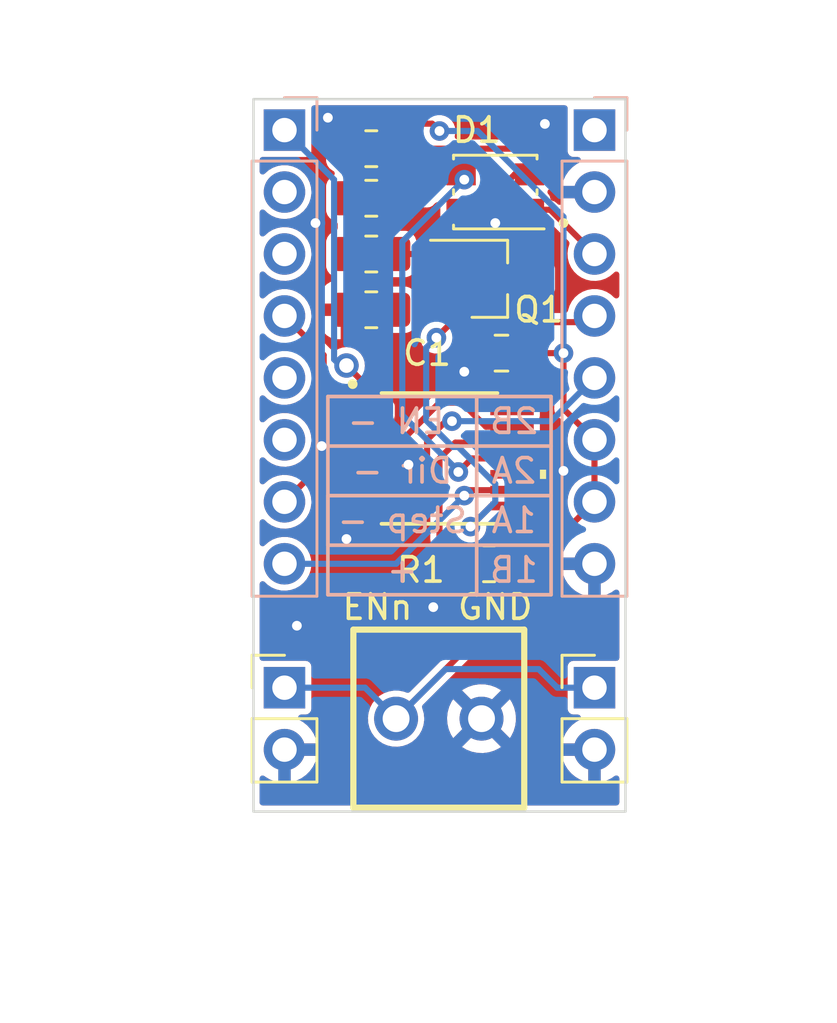
<source format=kicad_pcb>
(kicad_pcb (version 20211014) (generator pcbnew)
  (layers (0 "F.Cu" signal) (31 "B.Cu" signal) (34 "B.Paste" user) (35 "F.Paste" user) (36 "B.SilkS" user "B.Silkscreen") (37 "F.SilkS" user "F.Silkscreen") (38 "B.Mask" user) (39 "F.Mask" user) (44 "Edge.Cuts" user))
  (net 0 "")
  (net 1 "+5V")
  (net 2 "GND")
  (net 3 "/En_Software")
  (net 4 "/CS")
  (net 5 "Net-(IC1-Pad13)")
  (net 6 "/EN-")
  (net 7 "Net-(D1-Pad2)")
  (net 8 "/STEP")
  (net 9 "Net-(D1-Pad3)")
  (net 10 "/STEP-")
  (net 11 "/DIR-")
  (net 12 "/DIR")
  (net 13 "Net-(IC1-Pad12)")
  (net 14 "Net-(R2-Pad2)")
  (net 20 "Net-(Q1-Pad1)")
  (footprint "Package_TO_SOT_SMD:SOT-23_Handsoldering" (layer "F.Cu") (at 138.176 92.964)
    (fp_text reference "Q1" (at 2.032 1.27) (layer "F.SilkS"))
    (fp_text value "Q_NPN_CEB")
    (fp_line (start 0.76 -1.58) (end 0.76 -0.65) (layer "F.SilkS") (width 0.12))
    (fp_line (start 0.76 1.58) (end 0.76 0.65) (layer "F.SilkS") (width 0.12))
    (fp_line (start 0.76 1.58) (end -0.7 1.58) (layer "F.SilkS") (width 0.12))
    (fp_line (start 0.76 -1.58) (end -2.4 -1.58) (layer "F.SilkS") (width 0.12))
    (pad "1" smd rect (at -1.5 -0.95) (size 1.9 0.8) (layers "F.Cu" "F.Paste" "F.Mask") (net 20 "Net-(Q1-Pad1)"))
    (pad "2" smd rect (at -1.5 0.95) (size 1.9 0.8) (layers "F.Cu" "F.Paste" "F.Mask") (net 2 "GND"))
    (pad "3" smd rect (at 1.5 0) (size 1.9 0.8) (layers "F.Cu" "F.Paste" "F.Mask") (net 6 "/EN-"))
  )
  (footprint "Resistor_SMD:R_0805_2012Metric_Pad1.20x1.40mm_HandSolder" (layer "F.Cu") (at 133.35 91.948)
    (fp_text reference "R4" hide)
    (fp_text value "1.2k")
    (fp_line (start -0.227064 0.735) (end 0.227064 0.735) (layer "F.SilkS") (width 0.12))
    (fp_line (start -0.227064 -0.735) (end 0.227064 -0.735) (layer "F.SilkS") (width 0.12))
    (pad "1" smd roundrect (at -1 0) (size 1.2 1.4) (layers "F.Cu" "F.Paste" "F.Mask") (roundrect_rratio 0.2083333333) (net 14 "Net-(R2-Pad2)"))
    (pad "2" smd roundrect (at 1 0) (size 1.2 1.4) (layers "F.Cu" "F.Paste" "F.Mask") (roundrect_rratio 0.2083333333) (net 20 "Net-(Q1-Pad1)"))
  )
  (footprint "Resistor_SMD:R_0805_2012Metric_Pad1.20x1.40mm_HandSolder" (layer "F.Cu") (at 133.35 89.662 180)
    (fp_text reference "R2" hide)
    (fp_text value "270")
    (fp_line (start -0.227064 -0.735) (end 0.227064 -0.735) (layer "F.SilkS") (width 0.12))
    (fp_line (start -0.227064 0.735) (end 0.227064 0.735) (layer "F.SilkS") (width 0.12))
    (pad "1" smd roundrect (at -1 0 180) (size 1.2 1.4) (layers "F.Cu" "F.Paste" "F.Mask") (roundrect_rratio 0.2083333333) (net 9 "Net-(D1-Pad3)"))
    (pad "2" smd roundrect (at 1 0 180) (size 1.2 1.4) (layers "F.Cu" "F.Paste" "F.Mask") (roundrect_rratio 0.2083333333) (net 14 "Net-(R2-Pad2)"))
  )
  (footprint "Resistor_SMD:R_0805_2012Metric_Pad1.20x1.40mm_HandSolder" (layer "F.Cu") (at 133.35 87.63)
    (fp_text reference "R6" hide)
    (fp_text value "200")
    (fp_line (start -0.227064 0.735) (end 0.227064 0.735) (layer "F.SilkS") (width 0.12))
    (fp_line (start -0.227064 -0.735) (end 0.227064 -0.735) (layer "F.SilkS") (width 0.12))
    (pad "1" smd roundrect (at -1 0) (size 1.2 1.4) (layers "F.Cu" "F.Paste" "F.Mask") (roundrect_rratio 0.2083333333) (net 1 "+5V"))
    (pad "2" smd roundrect (at 1 0) (size 1.2 1.4) (layers "F.Cu" "F.Paste" "F.Mask") (roundrect_rratio 0.2083333333) (net 7 "Net-(D1-Pad2)"))
  )
  (footprint "Connector_PinHeader_2.54mm:PinHeader_1x02_P2.54mm_Vertical" (layer "F.Cu") (at 142.494 109.728)
    (fp_text reference "J3" hide)
    (fp_text value "Conn_01x02" hide)
    (fp_line (start -1.33 1.27) (end -1.33 3.87) (layer "F.SilkS") (width 0.12))
    (fp_line (start -1.33 0) (end -1.33 -1.33) (layer "F.SilkS") (width 0.12))
    (fp_line (start -1.33 3.87) (end 1.33 3.87) (layer "F.SilkS") (width 0.12))
    (fp_line (start 1.33 1.27) (end 1.33 3.87) (layer "F.SilkS") (width 0.12))
    (fp_line (start -1.33 -1.33) (end 0 -1.33) (layer "F.SilkS") (width 0.12))
    (fp_line (start -1.33 1.27) (end 1.33 1.27) (layer "F.SilkS") (width 0.12))
    (pad "1" thru_hole rect (at 0 0) (size 1.7 1.7) (drill 1) (layers *.Cu *.Mask) (net 13 "Net-(IC1-Pad12)"))
    (pad "2" thru_hole oval (at 0 2.54) (size 1.7 1.7) (drill 1) (layers *.Cu *.Mask) (net 2 "GND"))
  )
  (footprint "Connector:0393570002" (layer "F.Cu") (at 134.366 110.998)
    (fp_text reference "J4" hide)
    (fp_text value "0393570002")
    (fp_line (start -1.75 3.65) (end 5.25 3.65) (layer "F.SilkS") (width 0.254))
    (fp_line (start -1.75 -3.65) (end -1.75 3.65) (layer "F.SilkS") (width 0.254))
    (fp_line (start 5.25 -3.65) (end 5.25 3.65) (layer "F.SilkS") (width 0.254))
    (fp_line (start -1.75 -3.65) (end 5.25 -3.65) (layer "F.SilkS") (width 0.254))
    (pad "1" thru_hole circle (at 0 0) (size 1.8 1.8) (drill 1.1) (layers *.Cu *.Mask) (net 13 "Net-(IC1-Pad12)"))
    (pad "2" thru_hole circle (at 3.5 0) (size 1.8 1.8) (drill 1.1) (layers *.Cu *.Mask) (net 2 "GND"))
  )
  (footprint "Capacitor_SMD:C_0805_2012Metric_Pad1.18x1.45mm_HandSolder" (layer "F.Cu") (at 138.684 96.012 180)
    (fp_text reference "C1" (at 3.048 0) (layer "F.SilkS"))
    (fp_text value "10n")
    (fp_line (start -0.261252 0.735) (end 0.261252 0.735) (layer "F.SilkS") (width 0.12))
    (fp_line (start -0.261252 -0.735) (end 0.261252 -0.735) (layer "F.SilkS") (width 0.12))
    (pad "1" smd roundrect (at -1.0375 0 180) (size 1.175 1.45) (layers "F.Cu" "F.Paste" "F.Mask") (roundrect_rratio 0.2127659574) (net 1 "+5V"))
    (pad "2" smd roundrect (at 1.0375 0 180) (size 1.175 1.45) (layers "F.Cu" "F.Paste" "F.Mask") (roundrect_rratio 0.2127659574) (net 2 "GND"))
  )
  (footprint "Resistor_SMD:R_0805_2012Metric_Pad1.20x1.40mm_HandSolder" (layer "F.Cu") (at 138.176 104.648 180)
    (fp_text reference "R1" (at 2.794 -0.254) (layer "F.SilkS"))
    (fp_text value "50k")
    (fp_line (start -0.227064 -0.735) (end 0.227064 -0.735) (layer "F.SilkS") (width 0.12))
    (fp_line (start -0.227064 0.735) (end 0.227064 0.735) (layer "F.SilkS") (width 0.12))
    (pad "1" smd roundrect (at -1 0 180) (size 1.2 1.4) (layers "F.Cu" "F.Paste" "F.Mask") (roundrect_rratio 0.2083333333) (net 1 "+5V"))
    (pad "2" smd roundrect (at 1 0 180) (size 1.2 1.4) (layers "F.Cu" "F.Paste" "F.Mask") (roundrect_rratio 0.2083333333) (net 13 "Net-(IC1-Pad12)"))
  )
  (footprint "LED_SMD:LED_Kingbright_AAA3528ESGCT" (layer "F.Cu") (at 138.43 89.408 180)
    (fp_text reference "D1" (at 0.762 2.54) (layer "F.SilkS"))
    (fp_text value "LED_Dual")
    (fp_line (start -1.71 1.51) (end 1.71 1.51) (layer "F.SilkS") (width 0.12))
    (fp_line (start 1.71 -0.095) (end 1.71 0.095) (layer "F.SilkS") (width 0.12))
    (fp_line (start -1.71 -0.095) (end -1.71 0.095) (layer "F.SilkS") (width 0.12))
    (fp_line (start -1.71 1.355) (end -1.71 1.51) (layer "F.SilkS") (width 0.12))
    (fp_line (start 1.71 1.355) (end 1.71 1.51) (layer "F.SilkS") (width 0.12))
    (fp_line (start 1.71 -1.355) (end 1.71 -1.51) (layer "F.SilkS") (width 0.12))
    (fp_line (start -2 -1.51) (end 1.71 -1.51) (layer "F.SilkS") (width 0.12))
    (pad "1" smd rect (at -1.4 -0.725 180) (size 1.2 0.9) (layers "F.Cu" "F.Paste" "F.Mask") (net 6 "/EN-"))
    (pad "2" smd rect (at 1.4 -0.725 180) (size 1.2 0.9) (layers "F.Cu" "F.Paste" "F.Mask") (net 7 "Net-(D1-Pad2)"))
    (pad "3" smd rect (at 1.4 0.725 180) (size 1.2 0.9) (layers "F.Cu" "F.Paste" "F.Mask") (net 9 "Net-(D1-Pad3)"))
    (pad "4" smd rect (at -1.4 0.725 180) (size 1.2 0.9) (layers "F.Cu" "F.Paste" "F.Mask") (net 7 "Net-(D1-Pad2)"))
  )
  (footprint "Resistor_SMD:R_0805_2012Metric_Pad1.20x1.40mm_HandSolder" (layer "F.Cu") (at 133.35 94.234 180)
    (fp_text reference "R3" hide)
    (fp_text value "200")
    (fp_line (start -0.227064 -0.735) (end 0.227064 -0.735) (layer "F.SilkS") (width 0.12))
    (fp_line (start -0.227064 0.735) (end 0.227064 0.735) (layer "F.SilkS") (width 0.12))
    (pad "1" smd roundrect (at -1 0 180) (size 1.2 1.4) (layers "F.Cu" "F.Paste" "F.Mask") (roundrect_rratio 0.2083333333) (net 14 "Net-(R2-Pad2)"))
    (pad "2" smd roundrect (at 1 0 180) (size 1.2 1.4) (layers "F.Cu" "F.Paste" "F.Mask") (roundrect_rratio 0.2083333333) (net 2 "GND"))
  )
  (footprint "Connector_PinHeader_2.54mm:PinHeader_1x02_P2.54mm_Vertical" (layer "F.Cu") (at 129.794 109.728)
    (fp_text reference "J5" hide)
    (fp_text value "Conn_01x02" hide)
    (fp_line (start -1.33 1.27) (end 1.33 1.27) (layer "F.SilkS") (width 0.12))
    (fp_line (start -1.33 0) (end -1.33 -1.33) (layer "F.SilkS") (width 0.12))
    (fp_line (start -1.33 -1.33) (end 0 -1.33) (layer "F.SilkS") (width 0.12))
    (fp_line (start 1.33 1.27) (end 1.33 3.87) (layer "F.SilkS") (width 0.12))
    (fp_line (start -1.33 3.87) (end 1.33 3.87) (layer "F.SilkS") (width 0.12))
    (fp_line (start -1.33 1.27) (end -1.33 3.87) (layer "F.SilkS") (width 0.12))
    (pad "1" thru_hole rect (at 0 0) (size 1.7 1.7) (drill 1) (layers *.Cu *.Mask) (net 13 "Net-(IC1-Pad12)"))
    (pad "2" thru_hole oval (at 0 2.54) (size 1.7 1.7) (drill 1) (layers *.Cu *.Mask) (net 2 "GND"))
  )
  (footprint "footprints:SOT402-1_NXP-M" (layer "F.Cu") (at 136.144 100.33)
    (fp_text reference "IC1" hide)
    (fp_text value "SN74ACT32PWR")
    (fp_line (start -2.3749 2.6797) (end 2.3749 2.6797) (layer "F.SilkS") (width 0.1524))
    (fp_line (start 2.3749 -2.6797) (end -2.3749 -2.6797) (layer "F.SilkS") (width 0.1524))
    (fp_poly (pts (xy 4.3688 0.459499) (xy 4.3688 0.840499) (xy 4.1148 0.840499) (xy 4.1148 0.459499)) (layer "F.SilkS") (width 0) (fill solid))
    (pad "1" smd rect (at -2.9718 -1.950001) (size 1.778 0.3556) (layers "F.Cu" "F.Paste" "F.Mask") (net 3 "/En_Software"))
    (pad "2" smd rect (at -2.9718 -1.3) (size 1.778 0.3556) (layers "F.Cu" "F.Paste" "F.Mask") (net 4 "/CS"))
    (pad "3" smd rect (at -2.9718 -0.649999) (size 1.778 0.3556) (layers "F.Cu" "F.Paste" "F.Mask") (net 5 "Net-(IC1-Pad13)"))
    (pad "4" smd rect (at -2.9718 0) (size 1.778 0.3556) (layers "F.Cu" "F.Paste" "F.Mask") (net 2 "GND"))
    (pad "5" smd rect (at -2.9718 0.649999) (size 1.778 0.3556) (layers "F.Cu" "F.Paste" "F.Mask") (net 8 "/STEP"))
    (pad "6" smd rect (at -2.9718 1.3) (size 1.778 0.3556) (layers "F.Cu" "F.Paste" "F.Mask") (net 10 "/STEP-"))
    (pad "7" smd rect (at -2.9718 1.949999) (size 1.778 0.3556) (layers "F.Cu" "F.Paste" "F.Mask") (net 2 "GND"))
    (pad "8" smd rect (at 2.9718 1.950001) (size 1.778 0.3556) (layers "F.Cu" "F.Paste" "F.Mask") (net 11 "/DIR-"))
    (pad "9" smd rect (at 2.9718 1.3) (size 1.778 0.3556) (layers "F.Cu" "F.Paste" "F.Mask") (net 12 "/DIR"))
    (pad "10" smd rect (at 2.9718 0.650001) (size 1.778 0.3556) (layers "F.Cu" "F.Paste" "F.Mask") (net 2 "GND"))
    (pad "11" smd rect (at 2.9718 0) (size 1.778 0.3556) (layers "F.Cu" "F.Paste" "F.Mask") (net 9 "Net-(D1-Pad3)"))
    (pad "12" smd rect (at 2.9718 -0.649999) (size 1.778 0.3556) (layers "F.Cu" "F.Paste" "F.Mask") (net 13 "Net-(IC1-Pad12)"))
    (pad "13" smd rect (at 2.9718 -1.3) (size 1.778 0.3556) (layers "F.Cu" "F.Paste" "F.Mask") (net 5 "Net-(IC1-Pad13)"))
    (pad "14" smd rect (at 2.9718 -1.949999) (size 1.778 0.3556) (layers "F.Cu" "F.Paste" "F.Mask") (net 1 "+5V"))
  )
  (footprint "Connector_PinHeader_2.54mm:PinHeader_1x08_P2.54mm_Vertical" (layer "B.Cu") (at 142.494 86.868 180)
    (fp_text reference "J2" hide)
    (fp_text value "Conn_01x08" hide)
    (fp_line (start -1.33 -19.11) (end 1.33 -19.11) (layer "B.SilkS") (width 0.12))
    (fp_line (start -1.33 -1.27) (end -1.33 -19.11) (layer "B.SilkS") (width 0.12))
    (fp_line (start -1.33 -1.27) (end 1.33 -1.27) (layer "B.SilkS") (width 0.12))
    (fp_line (start -1.33 0) (end -1.33 1.33) (layer "B.SilkS") (width 0.12))
    (fp_line (start 1.33 -1.27) (end 1.33 -19.11) (layer "B.SilkS") (width 0.12))
    (fp_line (start -1.33 1.33) (end 0 1.33) (layer "B.SilkS") (width 0.12))
    (pad "1" thru_hole rect (at 0 0 180) (size 1.7 1.7) (drill 1) (layers *.Cu *.Mask))
    (pad "2" thru_hole oval (at 0 -2.54 180) (size 1.7 1.7) (drill 1) (layers *.Cu *.Mask) (net 2 "GND"))
    (pad "3" thru_hole oval (at 0 -5.08 180) (size 1.7 1.7) (drill 1) (layers *.Cu *.Mask) (net 6 "/EN-"))
    (pad "4" thru_hole oval (at 0 -7.62 180) (size 1.7 1.7) (drill 1) (layers *.Cu *.Mask) (net 11 "/DIR-"))
    (pad "5" thru_hole oval (at 0 -10.16 180) (size 1.7 1.7) (drill 1) (layers *.Cu *.Mask) (net 10 "/STEP-"))
    (pad "6" thru_hole oval (at 0 -12.7 180) (size 1.7 1.7) (drill 1) (layers *.Cu *.Mask) (net 1 "+5V"))
    (pad "7" thru_hole oval (at 0 -15.24 180) (size 1.7 1.7) (drill 1) (layers *.Cu *.Mask) (net 1 "+5V"))
    (pad "8" thru_hole oval (at 0 -17.78 180) (size 1.7 1.7) (drill 1) (layers *.Cu *.Mask) (net 2 "GND"))
  )
  (footprint "Connector_PinHeader_2.54mm:PinHeader_1x08_P2.54mm_Vertical" (layer "B.Cu") (at 129.794 86.868 180)
    (fp_text reference "J1" hide)
    (fp_text value "Conn_01x08" hide)
    (fp_line (start 1.33 -1.27) (end 1.33 -19.11) (layer "B.SilkS") (width 0.12))
    (fp_line (start -1.33 -1.27) (end -1.33 -19.11) (layer "B.SilkS") (width 0.12))
    (fp_line (start -1.33 0) (end -1.33 1.33) (layer "B.SilkS") (width 0.12))
    (fp_line (start -1.33 -1.27) (end 1.33 -1.27) (layer "B.SilkS") (width 0.12))
    (fp_line (start -1.33 1.33) (end 0 1.33) (layer "B.SilkS") (width 0.12))
    (fp_line (start -1.33 -19.11) (end 1.33 -19.11) (layer "B.SilkS") (width 0.12))
    (pad "1" thru_hole rect (at 0 0 180) (size 1.7 1.7) (drill 1) (layers *.Cu *.Mask) (net 3 "/En_Software"))
    (pad "2" thru_hole oval (at 0 -2.54 180) (size 1.7 1.7) (drill 1) (layers *.Cu *.Mask))
    (pad "3" thru_hole oval (at 0 -5.08 180) (size 1.7 1.7) (drill 1) (layers *.Cu *.Mask))
    (pad "4" thru_hole oval (at 0 -7.62 180) (size 1.7 1.7) (drill 1) (layers *.Cu *.Mask) (net 4 "/CS"))
    (pad "5" thru_hole oval (at 0 -10.16 180) (size 1.7 1.7) (drill 1) (layers *.Cu *.Mask))
    (pad "6" thru_hole oval (at 0 -12.7 180) (size 1.7 1.7) (drill 1) (layers *.Cu *.Mask))
    (pad "7" thru_hole oval (at 0 -15.24 180) (size 1.7 1.7) (drill 1) (layers *.Cu *.Mask) (net 8 "/STEP"))
    (pad "8" thru_hole oval (at 0 -17.78 180) (size 1.7 1.7) (drill 1) (layers *.Cu *.Mask) (net 12 "/DIR"))
  )
  (gr_line (start 137.668 105.918) (end 140.716 105.918) (layer "B.SilkS") (width 0.15))
  (gr_line (start 140.716 103.886) (end 131.572 103.886) (layer "B.SilkS") (width 0.15))
  (gr_line (start 131.572 103.886) (end 131.572 101.854) (layer "B.SilkS") (width 0.15))
  (gr_line (start 137.668 97.79) (end 137.668 105.918) (layer "B.SilkS") (width 0.15))
  (gr_line (start 140.716 105.918) (end 140.716 97.79) (layer "B.SilkS") (width 0.15))
  (gr_line (start 140.716 101.854) (end 131.572 101.854) (layer "B.SilkS") (width 0.15))
  (gr_line (start 131.572 105.918) (end 137.668 105.918) (layer "B.SilkS") (width 0.15))
  (gr_line (start 131.572 97.79) (end 131.572 105.918) (layer "B.SilkS") (width 0.15))
  (gr_line (start 140.716 97.79) (end 131.572 97.79) (layer "B.SilkS") (width 0.15))
  (gr_line (start 140.716 99.822) (end 131.572 99.822) (layer "B.SilkS") (width 0.15))
  (gr_circle (center 132.588 97.282) (end 132.688 97.282) (layer "F.SilkS") (width 0.2) (fill none))
  (gr_circle (center 141.224 90.678) (end 141.324 90.678) (layer "F.SilkS") (width 0.2) (fill none))
  (gr_poly (pts (xy 143.764 114.808) (xy 128.524 114.808) (xy 128.524 85.598) (xy 143.764 85.598)) (layer "Edge.Cuts") (width 0.1) (fill none))
  (gr_text "EN -" (at 134.366 98.806) (layer "B.SilkS") (effects (font (size 1 1)) (justify mirror)))
  (gr_text "2A" (at 139.192 100.838) (layer "B.SilkS") (effects (font (size 1 1)) (justify mirror)))
  (gr_text "Dir -" (at 134.62 100.838) (layer "B.SilkS") (effects (font (size 1 1)) (justify mirror)))
  (gr_text "Step -" (at 134.62 102.87) (layer "B.SilkS") (effects (font (size 1 1)) (justify mirror)))
  (gr_text "2B" (at 139.192 98.806) (layer "B.SilkS") (effects (font (size 1 1)) (justify mirror)))
  (gr_text "1B" (at 139.192 104.902) (layer "B.SilkS") (effects (font (size 1 1)) (justify mirror)))
  (gr_text "1A" (at 139.192 102.87) (layer "B.SilkS") (effects (font (size 1 1)) (justify mirror)))
  (gr_text "+" (at 134.62 104.902) (layer "B.SilkS") (effects (font (size 1 1)) (justify mirror)))
  (gr_text "ENn" (at 133.604 106.426) (layer "F.SilkS") (effects (font (size 1 1))))
  (gr_text "GND" (at 138.43 106.426) (layer "F.SilkS") (effects (font (size 1 1))))
  (segment (start 141.224 98.298) (end 142.494 99.568) (width 0.25) (layer "F.Cu") (net 1))
  (segment (start 133.375 86.605) (end 132.35 87.63) (width 0.25) (layer "F.Cu") (net 1))
  (segment (start 142.494 102.108) (end 142.494 99.568) (width 0.25) (layer "F.Cu") (net 1))
  (segment (start 139.176 104.648) (end 139.954 104.648) (width 0.25) (layer "F.Cu") (net 1))
  (segment (start 139.1158 97.8662) (end 139.1158 98.380001) (width 0.25) (layer "F.Cu") (net 1))
  (segment (start 141.224 96.012) (end 141.224 98.298) (width 0.25) (layer "F.Cu") (net 1))
  (segment (start 136.144 86.9055) (end 135.8435 86.605) (width 0.25) (layer "F.Cu") (net 1))
  (segment (start 139.7215 97.2605) (end 139.1158 97.8662) (width 0.25) (layer "F.Cu") (net 1))
  (segment (start 139.954 104.648) (end 142.494 102.108) (width 0.25) (layer "F.Cu") (net 1))
  (segment (start 135.8435 86.605) (end 133.375 86.605) (width 0.25) (layer "F.Cu") (net 1))
  (segment (start 139.7215 96.012) (end 141.224 96.012) (width 0.25) (layer "F.Cu") (net 1))
  (segment (start 139.7215 96.012) (end 139.7215 97.2605) (width 0.25) (layer "F.Cu") (net 1))
  (via (at 141.224 96.012) (size 0.8) (drill 0.4) (layers "F.Cu" "B.Cu") (net 1))
  (via (at 136.144 86.9055) (size 0.8) (drill 0.4) (layers "F.Cu" "B.Cu") (net 1))
  (segment (start 136.144 86.9055) (end 137.7055 86.9055) (width 0.25) (layer "B.Cu") (net 1))
  (segment (start 137.7055 86.9055) (end 141.224 90.424) (width 0.25) (layer "B.Cu") (net 1))
  (segment (start 141.224 90.424) (end 141.224 96.012) (width 0.25) (layer "B.Cu") (net 1))
  (segment (start 136.676 93.914) (end 138.43 92.16) (width 0.25) (layer "F.Cu") (net 2))
  (segment (start 138.43 92.16) (end 138.43 90.678) (width 0.25) (layer "F.Cu") (net 2))
  (via (at 140.462 86.614) (size 0.8) (drill 0.4) (layers "F.Cu" "B.Cu") (net 2))
  (via (at 137.16 96.774) (size 0.8) (drill 0.4) (layers "F.Cu" "B.Cu") (net 2))
  (via (at 138.43 90.678) (size 0.8) (drill 0.4) (layers "F.Cu" "B.Cu") (net 2))
  (via (at 132.334 103.632) (size 0.8) (drill 0.4) (layers "F.Cu" "B.Cu") (net 2))
  (via (at 130.302 107.188) (size 0.8) (drill 0.4) (layers "F.Cu" "B.Cu") (net 2))
  (via (at 134.874 100.584) (size 0.8) (drill 0.4) (layers "F.Cu" "B.Cu") (net 2))
  (via (at 131.318 99.822) (size 0.8) (drill 0.4) (layers "F.Cu" "B.Cu") (net 2))
  (via (at 131.572 86.36) (size 0.8) (drill 0.4) (layers "F.Cu" "B.Cu") (net 2))
  (via (at 141.224 100.838) (size 0.8) (drill 0.4) (layers "F.Cu" "B.Cu") (net 2))
  (via (at 131.064 90.678) (size 0.8) (drill 0.4) (layers "F.Cu" "B.Cu") (net 2))
  (via (at 135.89 106.426) (size 0.8) (drill 0.4) (layers "F.Cu" "B.Cu") (net 2))
  (segment (start 132.334 96.52) (end 133.1722 97.3582) (width 0.25) (layer "F.Cu") (net 3))
  (segment (start 133.1722 97.3582) (end 133.1722 98.379999) (width 0.25) (layer "F.Cu") (net 3))
  (via (at 132.334 96.52) (size 1) (drill 0.6) (layers "F.Cu" "B.Cu") (net 3))
  (segment (start 131.826 88.9) (end 129.794 86.868) (width 0.25) (layer "B.Cu") (net 3))
  (segment (start 131.826 96.266) (end 131.826 88.9) (width 0.25) (layer "B.Cu") (net 3))
  (segment (start 132.08 96.52) (end 131.826 96.266) (width 0.25) (layer "B.Cu") (net 3))
  (segment (start 131.4 96.094) (end 131.4 98.324599) (width 0.25) (layer "F.Cu") (net 4))
  (segment (start 132.105401 99.03) (end 133.1722 99.03) (width 0.25) (layer "F.Cu") (net 4))
  (segment (start 129.794 94.488) (end 131.4 96.094) (width 0.25) (layer "F.Cu") (net 4))
  (segment (start 131.4 98.324599) (end 132.105401 99.03) (width 0.25) (layer "F.Cu") (net 4))
  (segment (start 134.517304 99.680001) (end 135.599 98.598305) (width 0.25) (layer "F.Cu") (net 5))
  (segment (start 137.062999 98.044) (end 138.048999 99.03) (width 0.25) (layer "F.Cu") (net 5))
  (segment (start 135.599 98.589) (end 136.144 98.044) (width 0.25) (layer "F.Cu") (net 5))
  (segment (start 138.048999 99.03) (end 139.1158 99.03) (width 0.25) (layer "F.Cu") (net 5))
  (segment (start 135.599 98.598305) (end 135.599 98.589) (width 0.25) (layer "F.Cu") (net 5))
  (segment (start 136.144 98.044) (end 137.062999 98.044) (width 0.25) (layer "F.Cu") (net 5))
  (segment (start 133.1722 99.680001) (end 134.517304 99.680001) (width 0.25) (layer "F.Cu") (net 5))
  (segment (start 140.679 90.133) (end 142.494 91.948) (width 0.25) (layer "F.Cu") (net 6))
  (segment (start 139.676 92.964) (end 139.676 90.287) (width 0.25) (layer "F.Cu") (net 6))
  (segment (start 139.83 92.81) (end 139.676 92.964) (width 0.25) (layer "F.Cu") (net 6))
  (segment (start 139.676 90.287) (end 139.83 90.133) (width 0.25) (layer "F.Cu") (net 6))
  (segment (start 139.83 90.133) (end 140.679 90.133) (width 0.25) (layer "F.Cu") (net 6))
  (segment (start 137.03 90.133) (end 137.779 90.133) (width 0.25) (layer "F.Cu") (net 7))
  (segment (start 139.229 88.683) (end 139.446 88.466) (width 0.25) (layer "F.Cu") (net 7))
  (segment (start 137.779 90.133) (end 139.229 88.683) (width 0.25) (layer "F.Cu") (net 7))
  (segment (start 134.35 87.63) (end 139.446 87.63) (width 0.25) (layer "F.Cu") (net 7))
  (segment (start 139.446 87.63) (end 139.83 88.014) (width 0.25) (layer "F.Cu") (net 7))
  (segment (start 139.83 88.014) (end 139.83 88.683) (width 0.25) (layer "F.Cu") (net 7))
  (segment (start 139.229 88.683) (end 139.83 88.683) (width 0.25) (layer "F.Cu") (net 7))
  (segment (start 130.922001 100.979999) (end 133.1722 100.979999) (width 0.25) (layer "F.Cu") (net 8))
  (segment (start 129.794 102.108) (end 130.922001 100.979999) (width 0.25) (layer "F.Cu") (net 8))
  (segment (start 137.03 88.683) (end 136.615 88.683) (width 0.25) (layer "F.Cu") (net 9))
  (segment (start 136.615 88.683) (end 135.636 89.662) (width 0.25) (layer "F.Cu") (net 9))
  (segment (start 137.470706 100.33) (end 139.1158 100.33) (width 0.25) (layer "F.Cu") (net 9))
  (segment (start 135.636 89.662) (end 134.35 89.662) (width 0.25) (layer "F.Cu") (net 9))
  (segment (start 136.915956 100.88475) (end 137.470706 100.33) (width 0.25) (layer "F.Cu") (net 9))
  (via (at 136.915956 100.88475) (size 0.8) (drill 0.4) (layers "F.Cu" "B.Cu") (net 9))
  (via (at 137.16 88.9) (size 0.8) (drill 0.4) (layers "F.Cu" "B.Cu") (net 9))
  (segment (start 136.915956 100.88475) (end 136.915956 100.847956) (width 0.25) (layer "B.Cu") (net 9))
  (segment (start 136.915956 100.847956) (end 134.62 98.552) (width 0.25) (layer "B.Cu") (net 9))
  (segment (start 134.62 91.44) (end 137.16 88.9) (width 0.25) (layer "B.Cu") (net 9))
  (segment (start 134.62 98.552) (end 134.62 91.44) (width 0.25) (layer "B.Cu") (net 9))
  (segment (start 135.352 101.63) (end 135.636 101.346) (width 0.25) (layer "F.Cu") (net 10))
  (segment (start 135.636 101.346) (end 135.636 99.568) (width 0.25) (layer "F.Cu") (net 10))
  (segment (start 133.1722 101.63) (end 135.352 101.63) (width 0.25) (layer "F.Cu") (net 10))
  (segment (start 135.636 99.568) (end 136.402299 98.801701) (width 0.25) (layer "F.Cu") (net 10))
  (segment (start 136.402299 98.801701) (end 136.656299 98.801701) (width 0.25) (layer "F.Cu") (net 10))
  (via (at 136.656299 98.801701) (size 0.8) (drill 0.4) (layers "F.Cu" "B.Cu") (net 10))
  (segment (start 140.720299 98.801701) (end 142.494 97.028) (width 0.25) (layer "B.Cu") (net 10))
  (segment (start 136.656299 98.801701) (end 140.720299 98.801701) (width 0.25) (layer "B.Cu") (net 10))
  (segment (start 139.1158 102.280001) (end 138.257999 102.280001) (width 0.25) (layer "F.Cu") (net 11))
  (segment (start 138.257999 102.280001) (end 137.414 103.124) (width 0.25) (layer "F.Cu") (net 11))
  (segment (start 136.652 94.742) (end 142.24 94.742) (width 0.25) (layer "F.Cu") (net 11))
  (segment (start 142.24 94.742) (end 142.494 94.488) (width 0.25) (layer "F.Cu") (net 11))
  (segment (start 136.017 95.377) (end 136.652 94.742) (width 0.25) (layer "F.Cu") (net 11))
  (via (at 136.017 95.377) (size 0.8) (drill 0.4) (layers "F.Cu" "B.Cu") (net 11))
  (via (at 137.414 103.124) (size 0.8) (drill 0.4) (layers "F.Cu" "B.Cu") (net 11))
  (segment (start 136.017 95.377) (end 135.599 95.795) (width 0.25) (layer "B.Cu") (net 11))
  (segment (start 135.599 98.769) (end 136.689 99.859) (width 0.25) (layer "B.Cu") (net 11))
  (segment (start 135.599 95.795) (end 135.599 98.769) (width 0.25) (layer "B.Cu") (net 11))
  (segment (start 138.43 102.108) (end 137.414 103.124) (width 0.25) (layer "B.Cu") (net 11))
  (segment (start 136.689 99.859) (end 136.914805 99.859) (width 0.25) (layer "B.Cu") (net 11))
  (segment (start 138.43 101.374195) (end 138.43 102.108) (width 0.25) (layer "B.Cu") (net 11))
  (segment (start 136.914805 99.859) (end 138.43 101.374195) (width 0.25) (layer "B.Cu") (net 11))
  (segment (start 139.1158 101.63) (end 137.384 101.63) (width 0.25) (layer "F.Cu") (net 12))
  (segment (start 137.384 101.63) (end 137.16 101.854) (width 0.25) (layer "F.Cu") (net 12))
  (via (at 137.16 101.854) (size 0.8) (drill 0.4) (layers "F.Cu" "B.Cu") (net 12))
  (segment (start 137.16 101.854) (end 134.366 104.648) (width 0.25) (layer "B.Cu") (net 12))
  (segment (start 134.366 104.648) (end 129.794 104.648) (width 0.25) (layer "B.Cu") (net 12))
  (segment (start 137.176 104.648) (end 137.176 108.188) (width 0.25) (layer "F.Cu") (net 13))
  (segment (start 136.144 100.33) (end 136.144 103.616) (width 0.25) (layer "F.Cu") (net 13))
  (segment (start 137.176 108.188) (end 134.366 110.998) (width 0.25) (layer "F.Cu") (net 13))
  (segment (start 136.793999 99.680001) (end 136.144 100.33) (width 0.25) (layer "F.Cu") (net 13))
  (segment (start 139.1158 99.680001) (end 136.793999 99.680001) (width 0.25) (layer "F.Cu") (net 13))
  (segment (start 136.144 103.616) (end 137.176 104.648) (width 0.25) (layer "F.Cu") (net 13))
  (segment (start 140.97 109.728) (end 142.494 109.728) (width 0.25) (layer "B.Cu") (net 13))
  (segment (start 136.398 108.966) (end 140.208 108.966) (width 0.25) (layer "B.Cu") (net 13))
  (segment (start 129.794 109.728) (end 133.096 109.728) (width 0.25) (layer "B.Cu") (net 13))
  (segment (start 134.366 110.998) (end 136.398 108.966) (width 0.25) (layer "B.Cu") (net 13))
  (segment (start 133.096 109.728) (end 134.366 110.998) (width 0.25) (layer "B.Cu") (net 13))
  (segment (start 140.208 108.966) (end 140.97 109.728) (width 0.25) (layer "B.Cu") (net 13))
  (segment (start 132.35 91.948) (end 132.35 92.234) (width 0.25) (layer "F.Cu") (net 14))
  (segment (start 132.35 92.234) (end 134.35 94.234) (width 0.25) (layer "F.Cu") (net 14))
  (segment (start 132.35 89.662) (end 132.35 91.948) (width 0.25) (layer "F.Cu") (net 14))
  (segment (start 134.35 91.948) (end 136.61 91.948) (width 0.25) (layer "F.Cu") (net 20))
  (segment (start 136.61 91.948) (end 136.676 92.014) (width 0.25) (layer "F.Cu") (net 20))
  (zone (net 2) (net_name "GND") (layer "F.Cu") (connect_pads (clearance 0.25)) (min_thickness 0.25) (fill yes (thermal_gap 0.508) (thermal_bridge_width 0.508))
    (polygon (pts (xy 152.42935 123.473506) (xy 118.13935 117.123506) (xy 121.94935 84.103506) (xy 124.48935 81.563506) (xy 146.05 81.534)))
  )
  (zone (net 2) (net_name "GND") (layer "B.Cu") (connect_pads (clearance 0.25)) (min_thickness 0.25) (fill yes (thermal_gap 0.508) (thermal_bridge_width 0.508))
    (polygon (pts (xy 147.3 119.52) (xy 122.1 115.32) (xy 127 83.82) (xy 145.3 83.72)))
  )
)
</source>
